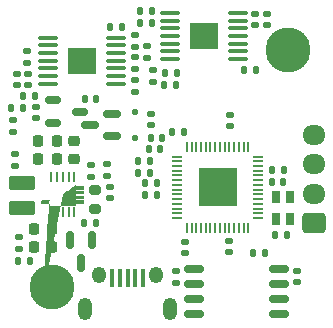
<source format=gbr>
%TF.GenerationSoftware,KiCad,Pcbnew,9.0.5*%
%TF.CreationDate,2025-12-03T11:23:26-08:00*%
%TF.ProjectId,camcontrol,63616d63-6f6e-4747-926f-6c2e6b696361,rev?*%
%TF.SameCoordinates,Original*%
%TF.FileFunction,Soldermask,Top*%
%TF.FilePolarity,Negative*%
%FSLAX46Y46*%
G04 Gerber Fmt 4.6, Leading zero omitted, Abs format (unit mm)*
G04 Created by KiCad (PCBNEW 9.0.5) date 2025-12-03 11:23:26*
%MOMM*%
%LPD*%
G01*
G04 APERTURE LIST*
G04 Aperture macros list*
%AMRoundRect*
0 Rectangle with rounded corners*
0 $1 Rounding radius*
0 $2 $3 $4 $5 $6 $7 $8 $9 X,Y pos of 4 corners*
0 Add a 4 corners polygon primitive as box body*
4,1,4,$2,$3,$4,$5,$6,$7,$8,$9,$2,$3,0*
0 Add four circle primitives for the rounded corners*
1,1,$1+$1,$2,$3*
1,1,$1+$1,$4,$5*
1,1,$1+$1,$6,$7*
1,1,$1+$1,$8,$9*
0 Add four rect primitives between the rounded corners*
20,1,$1+$1,$2,$3,$4,$5,0*
20,1,$1+$1,$4,$5,$6,$7,0*
20,1,$1+$1,$6,$7,$8,$9,0*
20,1,$1+$1,$8,$9,$2,$3,0*%
%AMFreePoly0*
4,1,77,1.105355,0.885355,1.120000,0.850000,1.120000,0.750000,1.770000,0.750000,1.805355,0.735355,1.820000,0.700000,1.820000,0.500000,1.805355,0.464645,1.770000,0.450000,1.120000,0.450000,1.120000,0.350000,1.770000,0.350000,1.805355,0.335355,1.820000,0.300000,1.820000,0.100000,1.805355,0.064645,1.770000,0.050000,1.120000,0.050000,1.120000,-0.050000,1.770000,-0.050000,
1.805355,-0.064645,1.820000,-0.100000,1.820000,-0.300000,1.805355,-0.335355,1.770000,-0.350000,1.120000,-0.350000,1.120000,-0.450000,1.770000,-0.450000,1.805355,-0.464645,1.820000,-0.500000,1.820000,-0.700000,1.805355,-0.735355,1.770000,-0.750000,1.120000,-0.750000,1.120000,-0.850000,1.105355,-0.885355,1.070000,-0.900000,-1.080000,-0.900000,-1.115355,-0.885355,-1.130000,-0.850000,
-1.130000,-0.750000,-1.780000,-0.750000,-1.815355,-0.735355,-1.830000,-0.700000,-1.830000,-0.500000,-1.815355,-0.464645,-1.780000,-0.450000,-1.130000,-0.450000,-1.130000,-0.350000,-1.780000,-0.350000,-1.815355,-0.335355,-1.830000,-0.300000,-1.830000,-0.100000,-1.815355,-0.064645,-1.780000,-0.050000,-1.130000,-0.050000,-1.130000,0.050000,-1.780000,0.050000,-1.815355,0.064645,-1.830000,0.100000,
-1.830000,0.300000,-1.815355,0.335355,-1.780000,0.350000,-1.130000,0.350000,-1.130000,0.450000,-1.780000,0.450000,-1.815355,0.464645,-1.830000,0.500000,-1.830000,0.700000,-1.815355,0.735355,-1.780000,0.750000,-1.130000,0.750000,-1.130000,0.850000,-1.115355,0.885355,-1.080000,0.900000,1.070000,0.900000,1.105355,0.885355,1.105355,0.885355,$1*%
G04 Aperture macros list end*
%ADD10RoundRect,0.140000X0.170000X-0.140000X0.170000X0.140000X-0.170000X0.140000X-0.170000X-0.140000X0*%
%ADD11RoundRect,0.200000X-0.275000X0.200000X-0.275000X-0.200000X0.275000X-0.200000X0.275000X0.200000X0*%
%ADD12RoundRect,0.135000X0.135000X0.185000X-0.135000X0.185000X-0.135000X-0.185000X0.135000X-0.185000X0*%
%ADD13R,0.280000X0.880000*%
%ADD14FreePoly0,0.000000*%
%ADD15R,0.400000X1.600000*%
%ADD16O,1.200000X1.400000*%
%ADD17O,1.200000X1.900000*%
%ADD18RoundRect,0.140000X-0.170000X0.140000X-0.170000X-0.140000X0.170000X-0.140000X0.170000X0.140000X0*%
%ADD19RoundRect,0.135000X-0.185000X0.135000X-0.185000X-0.135000X0.185000X-0.135000X0.185000X0.135000X0*%
%ADD20RoundRect,0.140000X-0.140000X-0.170000X0.140000X-0.170000X0.140000X0.170000X-0.140000X0.170000X0*%
%ADD21RoundRect,0.135000X0.185000X-0.135000X0.185000X0.135000X-0.185000X0.135000X-0.185000X-0.135000X0*%
%ADD22RoundRect,0.140000X0.140000X0.170000X-0.140000X0.170000X-0.140000X-0.170000X0.140000X-0.170000X0*%
%ADD23C,3.800000*%
%ADD24RoundRect,0.150000X-0.150000X0.587500X-0.150000X-0.587500X0.150000X-0.587500X0.150000X0.587500X0*%
%ADD25RoundRect,0.225000X0.225000X0.250000X-0.225000X0.250000X-0.225000X-0.250000X0.225000X-0.250000X0*%
%ADD26RoundRect,0.135000X-0.135000X-0.185000X0.135000X-0.185000X0.135000X0.185000X-0.135000X0.185000X0*%
%ADD27RoundRect,0.225000X-0.250000X0.225000X-0.250000X-0.225000X0.250000X-0.225000X0.250000X0.225000X0*%
%ADD28RoundRect,0.250000X0.850000X-0.375000X0.850000X0.375000X-0.850000X0.375000X-0.850000X-0.375000X0*%
%ADD29RoundRect,0.150000X0.587500X0.150000X-0.587500X0.150000X-0.587500X-0.150000X0.587500X-0.150000X0*%
%ADD30O,1.730000X0.340000*%
%ADD31R,2.460000X2.310000*%
%ADD32RoundRect,0.162500X-0.650000X-0.162500X0.650000X-0.162500X0.650000X0.162500X-0.650000X0.162500X0*%
%ADD33R,0.800000X1.000000*%
%ADD34RoundRect,0.150000X-0.512500X-0.150000X0.512500X-0.150000X0.512500X0.150000X-0.512500X0.150000X0*%
%ADD35RoundRect,0.125000X-0.125000X0.125000X-0.125000X-0.125000X0.125000X-0.125000X0.125000X0.125000X0*%
%ADD36RoundRect,0.050000X0.050000X-0.387500X0.050000X0.387500X-0.050000X0.387500X-0.050000X-0.387500X0*%
%ADD37RoundRect,0.050000X0.387500X-0.050000X0.387500X0.050000X-0.387500X0.050000X-0.387500X-0.050000X0*%
%ADD38R,3.200000X3.200000*%
%ADD39RoundRect,0.250000X0.725000X-0.600000X0.725000X0.600000X-0.725000X0.600000X-0.725000X-0.600000X0*%
%ADD40O,1.950000X1.700000*%
G04 APERTURE END LIST*
D10*
%TO.C,C7*%
X7315200Y-14704000D03*
X7315200Y-13744000D03*
%TD*%
%TO.C,C6*%
X2692400Y-9725600D03*
X2692400Y-8765600D03*
%TD*%
D11*
%TO.C,R10*%
X7694800Y-15792000D03*
X7694800Y-17442000D03*
%TD*%
D10*
%TO.C,C20*%
X19050000Y-10436800D03*
X19050000Y-9476800D03*
%TD*%
D12*
%TO.C,R24*%
X1576800Y-8890000D03*
X556800Y-8890000D03*
%TD*%
D13*
%TO.C,U3*%
X3916800Y-17732800D03*
X4416800Y-17732800D03*
X4916800Y-17732800D03*
X5416800Y-17732800D03*
X5916800Y-17732800D03*
X5916800Y-14762800D03*
X5416800Y-14762800D03*
X4916800Y-14762800D03*
X4416800Y-14732800D03*
X3916800Y-14732800D03*
D14*
X4916800Y-16232800D03*
%TD*%
D15*
%TO.C,J2*%
X9114000Y-23250700D03*
X9764000Y-23250700D03*
X10414000Y-23250700D03*
X11064000Y-23250700D03*
X11714000Y-23240700D03*
D16*
X12834000Y-23000700D03*
X7994000Y-23000700D03*
D17*
X6814000Y-25900700D03*
X14014000Y-25900700D03*
%TD*%
D12*
%TO.C,R23*%
X2592800Y-7874000D03*
X1572800Y-7874000D03*
%TD*%
D18*
%TO.C,C17*%
X18999200Y-20144800D03*
X18999200Y-21104800D03*
%TD*%
D19*
%TO.C,R11*%
X11023600Y-2690400D03*
X11023600Y-3710400D03*
%TD*%
D12*
%TO.C,R13*%
X7774400Y-18592800D03*
X6754400Y-18592800D03*
%TD*%
%TO.C,R5*%
X12292200Y-13368900D03*
X11272200Y-13368900D03*
%TD*%
D20*
%TO.C,C22*%
X22634000Y-15138400D03*
X23594000Y-15138400D03*
%TD*%
D21*
%TO.C,R17*%
X11023600Y-7522400D03*
X11023600Y-6502400D03*
%TD*%
D22*
%TO.C,C15*%
X13332400Y-11430000D03*
X12372400Y-11430000D03*
%TD*%
D10*
%TO.C,C4*%
X21234400Y-1851600D03*
X21234400Y-891600D03*
%TD*%
D12*
%TO.C,R6*%
X23624000Y-14173200D03*
X22604000Y-14173200D03*
%TD*%
D10*
%TO.C,C1*%
X12395200Y-10335200D03*
X12395200Y-9375200D03*
%TD*%
D22*
%TO.C,C19*%
X15161200Y-10922000D03*
X14201200Y-10922000D03*
%TD*%
D23*
%TO.C,H2*%
X4000000Y-24000000D03*
%TD*%
D12*
%TO.C,R14*%
X14480000Y-6908800D03*
X13460000Y-6908800D03*
%TD*%
D22*
%TO.C,C13*%
X13202000Y-12378300D03*
X12242000Y-12378300D03*
%TD*%
D19*
%TO.C,R18*%
X11023600Y-4572000D03*
X11023600Y-5592000D03*
%TD*%
D24*
%TO.C,Q2*%
X7416800Y-20095300D03*
X5516800Y-20095300D03*
X6466800Y-21970300D03*
%TD*%
D25*
%TO.C,C24*%
X4405800Y-11689400D03*
X2855800Y-11689400D03*
%TD*%
D22*
%TO.C,C18*%
X12874400Y-15273900D03*
X11914400Y-15273900D03*
%TD*%
D26*
%TO.C,R9*%
X21029200Y-21132800D03*
X22049200Y-21132800D03*
%TD*%
D21*
%TO.C,R1*%
X863600Y-13819600D03*
X863600Y-12799600D03*
%TD*%
D26*
%TO.C,R4*%
X11272200Y-14359500D03*
X12292200Y-14359500D03*
%TD*%
D18*
%TO.C,C21*%
X15240000Y-20195600D03*
X15240000Y-21155600D03*
%TD*%
D20*
%TO.C,C14*%
X22938800Y-19608800D03*
X23898800Y-19608800D03*
%TD*%
%TO.C,C5*%
X6790400Y-8092400D03*
X7750400Y-8092400D03*
%TD*%
D27*
%TO.C,C23*%
X5916800Y-11651000D03*
X5916800Y-13201000D03*
%TD*%
D28*
%TO.C,L1*%
X1473200Y-17381800D03*
X1473200Y-15231800D03*
%TD*%
D18*
%TO.C,C8*%
X8940800Y-15572800D03*
X8940800Y-16532800D03*
%TD*%
D12*
%TO.C,R7*%
X2186800Y-21842800D03*
X1166800Y-21842800D03*
%TD*%
D29*
%TO.C,Q3*%
X9116300Y-11262400D03*
X9116300Y-9362400D03*
X7241300Y-10312400D03*
%TD*%
D30*
%TO.C,U2*%
X13995600Y-844000D03*
X13995600Y-1494000D03*
X13995600Y-2144000D03*
X13995600Y-2794000D03*
X13995600Y-3444000D03*
X13995600Y-4094000D03*
X13995600Y-4744000D03*
X19735600Y-4744000D03*
X19735600Y-4094000D03*
X19735600Y-3444000D03*
X19735600Y-2794000D03*
X19735600Y-2144000D03*
X19735600Y-1494000D03*
X19735600Y-844000D03*
D31*
X16865600Y-2794000D03*
%TD*%
D19*
%TO.C,R2*%
X8636000Y-13663200D03*
X8636000Y-14683200D03*
%TD*%
D25*
%TO.C,C9*%
X4001800Y-20612800D03*
X2451800Y-20612800D03*
%TD*%
D21*
%TO.C,R19*%
X12039600Y-4626800D03*
X12039600Y-3606800D03*
%TD*%
D22*
%TO.C,C27*%
X21257200Y-5638800D03*
X20297200Y-5638800D03*
%TD*%
D26*
%TO.C,R15*%
X11428000Y-711200D03*
X12448000Y-711200D03*
%TD*%
D21*
%TO.C,R22*%
X711200Y-10922000D03*
X711200Y-9902000D03*
%TD*%
D25*
%TO.C,C11*%
X4001800Y-19122800D03*
X2451800Y-19122800D03*
%TD*%
D32*
%TO.C,U5*%
X16021300Y-22529800D03*
X16021300Y-23799800D03*
X16021300Y-25069800D03*
X16021300Y-26339800D03*
X23196300Y-26339800D03*
X23196300Y-25069800D03*
X23196300Y-23799800D03*
X23196300Y-22529800D03*
%TD*%
D18*
%TO.C,C29*%
X1012600Y-5988400D03*
X1012600Y-6948400D03*
%TD*%
D12*
%TO.C,R25*%
X14581600Y-5892800D03*
X13561600Y-5892800D03*
%TD*%
D33*
%TO.C,X1*%
X24208600Y-18255200D03*
X24208600Y-16455200D03*
X23008600Y-16455200D03*
X23008600Y-18255200D03*
%TD*%
D23*
%TO.C,H1*%
X24000000Y-4000000D03*
%TD*%
D18*
%TO.C,C28*%
X2003200Y-5988400D03*
X2003200Y-6948400D03*
%TD*%
%TO.C,C12*%
X24790400Y-22684800D03*
X24790400Y-23644800D03*
%TD*%
%TO.C,C30*%
X1927000Y-4083400D03*
X1927000Y-5043400D03*
%TD*%
D34*
%TO.C,U4*%
X4102900Y-8242400D03*
X4102900Y-10142400D03*
X6377900Y-9192400D03*
%TD*%
D26*
%TO.C,R16*%
X11428000Y-1676400D03*
X12448000Y-1676400D03*
%TD*%
D10*
%TO.C,C26*%
X22199600Y-1851600D03*
X22199600Y-891600D03*
%TD*%
D19*
%TO.C,R12*%
X12547600Y-5687600D03*
X12547600Y-6707600D03*
%TD*%
%TO.C,R3*%
X14478000Y-22654800D03*
X14478000Y-23674800D03*
%TD*%
D26*
%TO.C,R21*%
X8938800Y-2032000D03*
X9958800Y-2032000D03*
%TD*%
D30*
%TO.C,U7*%
X9423200Y-6820900D03*
X9423200Y-6170900D03*
X9423200Y-5520900D03*
X9423200Y-4870900D03*
X9423200Y-4220900D03*
X9423200Y-3570900D03*
X9423200Y-2920900D03*
X3683200Y-2920900D03*
X3683200Y-3570900D03*
X3683200Y-4220900D03*
X3683200Y-4870900D03*
X3683200Y-5520900D03*
X3683200Y-6170900D03*
X3683200Y-6820900D03*
D31*
X6553200Y-4870900D03*
%TD*%
D21*
%TO.C,R8*%
X1186800Y-20832800D03*
X1186800Y-19812800D03*
%TD*%
D35*
%TO.C,D4*%
X11023600Y-9212400D03*
X11023600Y-11412400D03*
%TD*%
D25*
%TO.C,C25*%
X4405800Y-13188000D03*
X2855800Y-13188000D03*
%TD*%
D36*
%TO.C,U6*%
X15434000Y-19033100D03*
X15834000Y-19033100D03*
X16234000Y-19033100D03*
X16634000Y-19033100D03*
X17034000Y-19033100D03*
X17434000Y-19033100D03*
X17834000Y-19033100D03*
X18234000Y-19033100D03*
X18634000Y-19033100D03*
X19034000Y-19033100D03*
X19434000Y-19033100D03*
X19834000Y-19033100D03*
X20234000Y-19033100D03*
X20634000Y-19033100D03*
D37*
X21471500Y-18195600D03*
X21471500Y-17795600D03*
X21471500Y-17395600D03*
X21471500Y-16995600D03*
X21471500Y-16595600D03*
X21471500Y-16195600D03*
X21471500Y-15795600D03*
X21471500Y-15395600D03*
X21471500Y-14995600D03*
X21471500Y-14595600D03*
X21471500Y-14195600D03*
X21471500Y-13795600D03*
X21471500Y-13395600D03*
X21471500Y-12995600D03*
D36*
X20634000Y-12158100D03*
X20234000Y-12158100D03*
X19834000Y-12158100D03*
X19434000Y-12158100D03*
X19034000Y-12158100D03*
X18634000Y-12158100D03*
X18234000Y-12158100D03*
X17834000Y-12158100D03*
X17434000Y-12158100D03*
X17034000Y-12158100D03*
X16634000Y-12158100D03*
X16234000Y-12158100D03*
X15834000Y-12158100D03*
X15434000Y-12158100D03*
D37*
X14596500Y-12995600D03*
X14596500Y-13395600D03*
X14596500Y-13795600D03*
X14596500Y-14195600D03*
X14596500Y-14595600D03*
X14596500Y-14995600D03*
X14596500Y-15395600D03*
X14596500Y-15795600D03*
X14596500Y-16195600D03*
X14596500Y-16595600D03*
X14596500Y-16995600D03*
X14596500Y-17395600D03*
X14596500Y-17795600D03*
X14596500Y-18195600D03*
D38*
X18034000Y-15595600D03*
%TD*%
D22*
%TO.C,C10*%
X12871800Y-16239100D03*
X11911800Y-16239100D03*
%TD*%
D39*
%TO.C,J8*%
X26208000Y-18634400D03*
D40*
X26208000Y-16134400D03*
X26208000Y-13634400D03*
X26208000Y-11134400D03*
%TD*%
M02*

</source>
